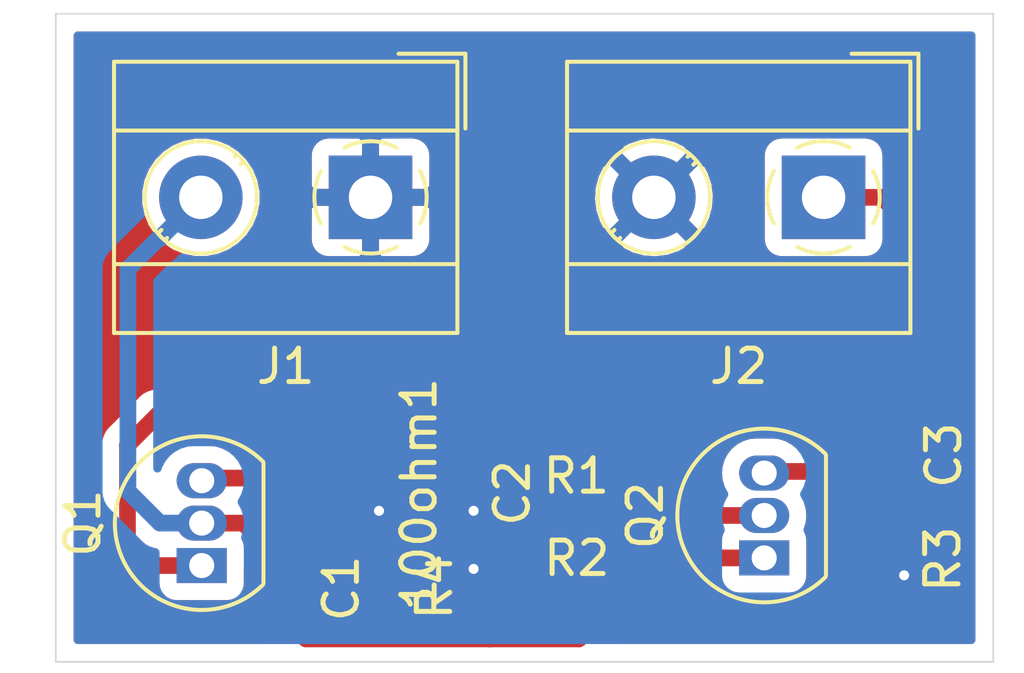
<source format=kicad_pcb>
(kicad_pcb (version 20171130) (host pcbnew "(5.1.5)-3")

  (general
    (thickness 1.6)
    (drawings 6)
    (tracks 54)
    (zones 0)
    (modules 12)
    (nets 8)
  )

  (page A4)
  (title_block
    (title Single_transistor_AMP)
    (date 03.11.2020)
    (rev V1.0)
    (company "Ventspils augskola")
    (comment 1 Autors)
    (comment 2 "Eleonora Harčuka")
    (comment 3 "PCB CAD kurs")
  )

  (layers
    (0 F.Cu signal)
    (1 In1.Cu power)
    (2 In2.Cu power)
    (31 B.Cu signal)
    (32 B.Adhes user)
    (33 F.Adhes user)
    (34 B.Paste user)
    (35 F.Paste user)
    (36 B.SilkS user)
    (37 F.SilkS user)
    (38 B.Mask user)
    (39 F.Mask user)
    (40 Dwgs.User user)
    (41 Cmts.User user)
    (42 Eco1.User user)
    (43 Eco2.User user)
    (44 Edge.Cuts user)
    (45 Margin user)
    (46 B.CrtYd user)
    (47 F.CrtYd user)
    (48 B.Fab user)
    (49 F.Fab user)
  )

  (setup
    (last_trace_width 0.5)
    (user_trace_width 0.3)
    (user_trace_width 0.5)
    (trace_clearance 0.2)
    (zone_clearance 0.508)
    (zone_45_only no)
    (trace_min 0.2)
    (via_size 0.8)
    (via_drill 0.4)
    (via_min_size 0.4)
    (via_min_drill 0.3)
    (uvia_size 0.3)
    (uvia_drill 0.1)
    (uvias_allowed no)
    (uvia_min_size 0.2)
    (uvia_min_drill 0.1)
    (edge_width 0.05)
    (segment_width 0.2)
    (pcb_text_width 0.3)
    (pcb_text_size 1.5 1.5)
    (mod_edge_width 0.12)
    (mod_text_size 1 1)
    (mod_text_width 0.15)
    (pad_size 1.524 1.524)
    (pad_drill 0.762)
    (pad_to_mask_clearance 0.051)
    (solder_mask_min_width 0.25)
    (aux_axis_origin 0 0)
    (visible_elements 7FFFFFFF)
    (pcbplotparams
      (layerselection 0x010fc_ffffffff)
      (usegerberextensions false)
      (usegerberattributes false)
      (usegerberadvancedattributes false)
      (creategerberjobfile false)
      (excludeedgelayer true)
      (linewidth 0.100000)
      (plotframeref false)
      (viasonmask false)
      (mode 1)
      (useauxorigin false)
      (hpglpennumber 1)
      (hpglpenspeed 20)
      (hpglpendiameter 15.000000)
      (psnegative false)
      (psa4output false)
      (plotreference true)
      (plotvalue true)
      (plotinvisibletext false)
      (padsonsilk false)
      (subtractmaskfromsilk false)
      (outputformat 1)
      (mirror false)
      (drillshape 1)
      (scaleselection 1)
      (outputdirectory ""))
  )

  (net 0 "")
  (net 1 GNDREF)
  (net 2 "Net-(100ohm1-Pad1)")
  (net 3 +15V)
  (net 4 "Net-(C3-Pad2)")
  (net 5 "Net-(C3-Pad1)")
  (net 6 "Net-(J1-Pad2)")
  (net 7 "Net-(Q1-Pad1)")

  (net_class Default "This is the default net class."
    (clearance 0.2)
    (trace_width 0.25)
    (via_dia 0.8)
    (via_drill 0.4)
    (uvia_dia 0.3)
    (uvia_drill 0.1)
    (add_net +15V)
    (add_net GNDREF)
    (add_net "Net-(100ohm1-Pad1)")
    (add_net "Net-(C3-Pad1)")
    (add_net "Net-(C3-Pad2)")
    (add_net "Net-(J1-Pad2)")
    (add_net "Net-(Q1-Pad1)")
  )

  (net_class Power ""
    (clearance 0.2)
    (trace_width 0.25)
    (via_dia 0.8)
    (via_drill 0.4)
    (uvia_dia 0.3)
    (uvia_drill 0.1)
  )

  (module Resistor_SMD:R_0402_1005Metric (layer F.Cu) (tedit 5B301BBD) (tstamp 5FB3AC5D)
    (at 145.8595 116.2177 90)
    (descr "Resistor SMD 0402 (1005 Metric), square (rectangular) end terminal, IPC_7351 nominal, (Body size source: http://www.tortai-tech.com/upload/download/2011102023233369053.pdf), generated with kicad-footprint-generator")
    (tags resistor)
    (path /5F86D402)
    (attr smd)
    (fp_text reference R4 (at 0 -1.17 90) (layer F.SilkS)
      (effects (font (size 1 1) (thickness 0.15)))
    )
    (fp_text value 3kohm (at 0 1.17 90) (layer F.Fab)
      (effects (font (size 1 1) (thickness 0.15)))
    )
    (fp_text user %R (at 0 0 90) (layer F.Fab)
      (effects (font (size 0.25 0.25) (thickness 0.04)))
    )
    (fp_line (start 0.93 0.47) (end -0.93 0.47) (layer F.CrtYd) (width 0.05))
    (fp_line (start 0.93 -0.47) (end 0.93 0.47) (layer F.CrtYd) (width 0.05))
    (fp_line (start -0.93 -0.47) (end 0.93 -0.47) (layer F.CrtYd) (width 0.05))
    (fp_line (start -0.93 0.47) (end -0.93 -0.47) (layer F.CrtYd) (width 0.05))
    (fp_line (start 0.5 0.25) (end -0.5 0.25) (layer F.Fab) (width 0.1))
    (fp_line (start 0.5 -0.25) (end 0.5 0.25) (layer F.Fab) (width 0.1))
    (fp_line (start -0.5 -0.25) (end 0.5 -0.25) (layer F.Fab) (width 0.1))
    (fp_line (start -0.5 0.25) (end -0.5 -0.25) (layer F.Fab) (width 0.1))
    (pad 2 smd roundrect (at 0.485 0 90) (size 0.59 0.64) (layers F.Cu F.Paste F.Mask) (roundrect_rratio 0.25)
      (net 1 GNDREF))
    (pad 1 smd roundrect (at -0.485 0 90) (size 0.59 0.64) (layers F.Cu F.Paste F.Mask) (roundrect_rratio 0.25)
      (net 6 "Net-(J1-Pad2)"))
    (model ${KISYS3DMOD}/Resistor_SMD.3dshapes/R_0402_1005Metric.wrl
      (at (xyz 0 0 0))
      (scale (xyz 1 1 1))
      (rotate (xyz 0 0 0))
    )
  )

  (module Resistor_SMD:R_0402_1005Metric (layer F.Cu) (tedit 5B301BBD) (tstamp 5FB3AC4E)
    (at 158.7373 115.3922 270)
    (descr "Resistor SMD 0402 (1005 Metric), square (rectangular) end terminal, IPC_7351 nominal, (Body size source: http://www.tortai-tech.com/upload/download/2011102023233369053.pdf), generated with kicad-footprint-generator")
    (tags resistor)
    (path /5F8DC36C)
    (attr smd)
    (fp_text reference R3 (at 0 -1.17 90) (layer F.SilkS)
      (effects (font (size 1 1) (thickness 0.15)))
    )
    (fp_text value 1kohm (at 0 1.17 90) (layer F.Fab)
      (effects (font (size 1 1) (thickness 0.15)))
    )
    (fp_text user %R (at 0 0 90) (layer F.Fab)
      (effects (font (size 0.25 0.25) (thickness 0.04)))
    )
    (fp_line (start 0.93 0.47) (end -0.93 0.47) (layer F.CrtYd) (width 0.05))
    (fp_line (start 0.93 -0.47) (end 0.93 0.47) (layer F.CrtYd) (width 0.05))
    (fp_line (start -0.93 -0.47) (end 0.93 -0.47) (layer F.CrtYd) (width 0.05))
    (fp_line (start -0.93 0.47) (end -0.93 -0.47) (layer F.CrtYd) (width 0.05))
    (fp_line (start 0.5 0.25) (end -0.5 0.25) (layer F.Fab) (width 0.1))
    (fp_line (start 0.5 -0.25) (end 0.5 0.25) (layer F.Fab) (width 0.1))
    (fp_line (start -0.5 -0.25) (end 0.5 -0.25) (layer F.Fab) (width 0.1))
    (fp_line (start -0.5 0.25) (end -0.5 -0.25) (layer F.Fab) (width 0.1))
    (pad 2 smd roundrect (at 0.485 0 270) (size 0.59 0.64) (layers F.Cu F.Paste F.Mask) (roundrect_rratio 0.25)
      (net 1 GNDREF))
    (pad 1 smd roundrect (at -0.485 0 270) (size 0.59 0.64) (layers F.Cu F.Paste F.Mask) (roundrect_rratio 0.25)
      (net 4 "Net-(C3-Pad2)"))
    (model ${KISYS3DMOD}/Resistor_SMD.3dshapes/R_0402_1005Metric.wrl
      (at (xyz 0 0 0))
      (scale (xyz 1 1 1))
      (rotate (xyz 0 0 0))
    )
  )

  (module Resistor_SMD:R_0402_1005Metric (layer F.Cu) (tedit 5B301BBD) (tstamp 5FB3AC3F)
    (at 148.948 116.5352)
    (descr "Resistor SMD 0402 (1005 Metric), square (rectangular) end terminal, IPC_7351 nominal, (Body size source: http://www.tortai-tech.com/upload/download/2011102023233369053.pdf), generated with kicad-footprint-generator")
    (tags resistor)
    (path /5F86D157)
    (attr smd)
    (fp_text reference R2 (at 0 -1.17) (layer F.SilkS)
      (effects (font (size 1 1) (thickness 0.15)))
    )
    (fp_text value 20kohm (at 0 1.17) (layer F.Fab)
      (effects (font (size 1 1) (thickness 0.15)))
    )
    (fp_text user %R (at 0 0) (layer F.Fab)
      (effects (font (size 0.25 0.25) (thickness 0.04)))
    )
    (fp_line (start 0.93 0.47) (end -0.93 0.47) (layer F.CrtYd) (width 0.05))
    (fp_line (start 0.93 -0.47) (end 0.93 0.47) (layer F.CrtYd) (width 0.05))
    (fp_line (start -0.93 -0.47) (end 0.93 -0.47) (layer F.CrtYd) (width 0.05))
    (fp_line (start -0.93 0.47) (end -0.93 -0.47) (layer F.CrtYd) (width 0.05))
    (fp_line (start 0.5 0.25) (end -0.5 0.25) (layer F.Fab) (width 0.1))
    (fp_line (start 0.5 -0.25) (end 0.5 0.25) (layer F.Fab) (width 0.1))
    (fp_line (start -0.5 -0.25) (end 0.5 -0.25) (layer F.Fab) (width 0.1))
    (fp_line (start -0.5 0.25) (end -0.5 -0.25) (layer F.Fab) (width 0.1))
    (pad 2 smd roundrect (at 0.485 0) (size 0.59 0.64) (layers F.Cu F.Paste F.Mask) (roundrect_rratio 0.25)
      (net 6 "Net-(J1-Pad2)"))
    (pad 1 smd roundrect (at -0.485 0) (size 0.59 0.64) (layers F.Cu F.Paste F.Mask) (roundrect_rratio 0.25)
      (net 3 +15V))
    (model ${KISYS3DMOD}/Resistor_SMD.3dshapes/R_0402_1005Metric.wrl
      (at (xyz 0 0 0))
      (scale (xyz 1 1 1))
      (rotate (xyz 0 0 0))
    )
  )

  (module Resistor_SMD:R_0402_1005Metric (layer F.Cu) (tedit 5B301BBD) (tstamp 5FB3AC30)
    (at 148.9329 114.0714)
    (descr "Resistor SMD 0402 (1005 Metric), square (rectangular) end terminal, IPC_7351 nominal, (Body size source: http://www.tortai-tech.com/upload/download/2011102023233369053.pdf), generated with kicad-footprint-generator")
    (tags resistor)
    (path /5F86D73B)
    (attr smd)
    (fp_text reference R1 (at 0 -1.17) (layer F.SilkS)
      (effects (font (size 1 1) (thickness 0.15)))
    )
    (fp_text value 1kohm (at 0 1.17) (layer F.Fab)
      (effects (font (size 1 1) (thickness 0.15)))
    )
    (fp_text user %R (at 0 0) (layer F.Fab)
      (effects (font (size 0.25 0.25) (thickness 0.04)))
    )
    (fp_line (start 0.93 0.47) (end -0.93 0.47) (layer F.CrtYd) (width 0.05))
    (fp_line (start 0.93 -0.47) (end 0.93 0.47) (layer F.CrtYd) (width 0.05))
    (fp_line (start -0.93 -0.47) (end 0.93 -0.47) (layer F.CrtYd) (width 0.05))
    (fp_line (start -0.93 0.47) (end -0.93 -0.47) (layer F.CrtYd) (width 0.05))
    (fp_line (start 0.5 0.25) (end -0.5 0.25) (layer F.Fab) (width 0.1))
    (fp_line (start 0.5 -0.25) (end 0.5 0.25) (layer F.Fab) (width 0.1))
    (fp_line (start -0.5 -0.25) (end 0.5 -0.25) (layer F.Fab) (width 0.1))
    (fp_line (start -0.5 0.25) (end -0.5 -0.25) (layer F.Fab) (width 0.1))
    (pad 2 smd roundrect (at 0.485 0) (size 0.59 0.64) (layers F.Cu F.Paste F.Mask) (roundrect_rratio 0.25)
      (net 7 "Net-(Q1-Pad1)"))
    (pad 1 smd roundrect (at -0.485 0) (size 0.59 0.64) (layers F.Cu F.Paste F.Mask) (roundrect_rratio 0.25)
      (net 3 +15V))
    (model ${KISYS3DMOD}/Resistor_SMD.3dshapes/R_0402_1005Metric.wrl
      (at (xyz 0 0 0))
      (scale (xyz 1 1 1))
      (rotate (xyz 0 0 0))
    )
  )

  (module Package_TO_SOT_THT:TO-92_Inline (layer F.Cu) (tedit 5A1DD157) (tstamp 5FB3AC21)
    (at 154.559 115.3541 90)
    (descr "TO-92 leads in-line, narrow, oval pads, drill 0.75mm (see NXP sot054_po.pdf)")
    (tags "to-92 sc-43 sc-43a sot54 PA33 transistor")
    (path /5F8DA7B4)
    (fp_text reference Q2 (at 1.27 -3.56 90) (layer F.SilkS)
      (effects (font (size 1 1) (thickness 0.15)))
    )
    (fp_text value 2N2222A (at 1.27 2.79 90) (layer F.Fab)
      (effects (font (size 1 1) (thickness 0.15)))
    )
    (fp_arc (start 1.27 0) (end 1.27 -2.6) (angle 135) (layer F.SilkS) (width 0.12))
    (fp_arc (start 1.27 0) (end 1.27 -2.48) (angle -135) (layer F.Fab) (width 0.1))
    (fp_arc (start 1.27 0) (end 1.27 -2.6) (angle -135) (layer F.SilkS) (width 0.12))
    (fp_arc (start 1.27 0) (end 1.27 -2.48) (angle 135) (layer F.Fab) (width 0.1))
    (fp_line (start 4 2.01) (end -1.46 2.01) (layer F.CrtYd) (width 0.05))
    (fp_line (start 4 2.01) (end 4 -2.73) (layer F.CrtYd) (width 0.05))
    (fp_line (start -1.46 -2.73) (end -1.46 2.01) (layer F.CrtYd) (width 0.05))
    (fp_line (start -1.46 -2.73) (end 4 -2.73) (layer F.CrtYd) (width 0.05))
    (fp_line (start -0.5 1.75) (end 3 1.75) (layer F.Fab) (width 0.1))
    (fp_line (start -0.53 1.85) (end 3.07 1.85) (layer F.SilkS) (width 0.12))
    (fp_text user %R (at 1.27 -3.56 90) (layer F.Fab)
      (effects (font (size 1 1) (thickness 0.15)))
    )
    (pad 1 thru_hole rect (at 0 0 90) (size 1.05 1.5) (drill 0.75) (layers *.Cu *.Mask)
      (net 3 +15V))
    (pad 3 thru_hole oval (at 2.54 0 90) (size 1.05 1.5) (drill 0.75) (layers *.Cu *.Mask)
      (net 4 "Net-(C3-Pad2)"))
    (pad 2 thru_hole oval (at 1.27 0 90) (size 1.05 1.5) (drill 0.75) (layers *.Cu *.Mask)
      (net 7 "Net-(Q1-Pad1)"))
    (model ${KISYS3DMOD}/Package_TO_SOT_THT.3dshapes/TO-92_Inline.wrl
      (at (xyz 0 0 0))
      (scale (xyz 1 1 1))
      (rotate (xyz 0 0 0))
    )
  )

  (module Package_TO_SOT_THT:TO-92_Inline (layer F.Cu) (tedit 5A1DD157) (tstamp 5FB3AC0F)
    (at 137.7188 115.5827 90)
    (descr "TO-92 leads in-line, narrow, oval pads, drill 0.75mm (see NXP sot054_po.pdf)")
    (tags "to-92 sc-43 sc-43a sot54 PA33 transistor")
    (path /5F86AFF5)
    (fp_text reference Q1 (at 1.27 -3.56 90) (layer F.SilkS)
      (effects (font (size 1 1) (thickness 0.15)))
    )
    (fp_text value 2N2222A (at 1.27 2.79 90) (layer F.Fab)
      (effects (font (size 1 1) (thickness 0.15)))
    )
    (fp_arc (start 1.27 0) (end 1.27 -2.6) (angle 135) (layer F.SilkS) (width 0.12))
    (fp_arc (start 1.27 0) (end 1.27 -2.48) (angle -135) (layer F.Fab) (width 0.1))
    (fp_arc (start 1.27 0) (end 1.27 -2.6) (angle -135) (layer F.SilkS) (width 0.12))
    (fp_arc (start 1.27 0) (end 1.27 -2.48) (angle 135) (layer F.Fab) (width 0.1))
    (fp_line (start 4 2.01) (end -1.46 2.01) (layer F.CrtYd) (width 0.05))
    (fp_line (start 4 2.01) (end 4 -2.73) (layer F.CrtYd) (width 0.05))
    (fp_line (start -1.46 -2.73) (end -1.46 2.01) (layer F.CrtYd) (width 0.05))
    (fp_line (start -1.46 -2.73) (end 4 -2.73) (layer F.CrtYd) (width 0.05))
    (fp_line (start -0.5 1.75) (end 3 1.75) (layer F.Fab) (width 0.1))
    (fp_line (start -0.53 1.85) (end 3.07 1.85) (layer F.SilkS) (width 0.12))
    (fp_text user %R (at 1.27 -3.56 90) (layer F.Fab)
      (effects (font (size 1 1) (thickness 0.15)))
    )
    (pad 1 thru_hole rect (at 0 0 90) (size 1.05 1.5) (drill 0.75) (layers *.Cu *.Mask)
      (net 7 "Net-(Q1-Pad1)"))
    (pad 3 thru_hole oval (at 2.54 0 90) (size 1.05 1.5) (drill 0.75) (layers *.Cu *.Mask)
      (net 2 "Net-(100ohm1-Pad1)"))
    (pad 2 thru_hole oval (at 1.27 0 90) (size 1.05 1.5) (drill 0.75) (layers *.Cu *.Mask)
      (net 6 "Net-(J1-Pad2)"))
    (model ${KISYS3DMOD}/Package_TO_SOT_THT.3dshapes/TO-92_Inline.wrl
      (at (xyz 0 0 0))
      (scale (xyz 1 1 1))
      (rotate (xyz 0 0 0))
    )
  )

  (module TerminalBlock_MetzConnect:TerminalBlock_MetzConnect_Type101_RT01602HBWC_1x02_P5.08mm_Horizontal (layer F.Cu) (tedit 5B294E9E) (tstamp 5FB3ABFD)
    (at 156.337 104.5591 180)
    (descr "terminal block Metz Connect Type101_RT01602HBWC, 2 pins, pitch 5.08mm, size 10.2x8mm^2, drill diamater 1.3mm, pad diameter 2.5mm, see http://www.metz-connect.com/de/system/files/productfiles/Datenblatt_311011_RT016xxHBWC_OFF-022771S.pdf, script-generated using https://github.com/pointhi/kicad-footprint-generator/scripts/TerminalBlock_MetzConnect")
    (tags "THT terminal block Metz Connect Type101_RT01602HBWC pitch 5.08mm size 10.2x8mm^2 drill 1.3mm pad 2.5mm")
    (path /5F8E36C8)
    (fp_text reference J2 (at 2.54 -5.06) (layer F.SilkS)
      (effects (font (size 1 1) (thickness 0.15)))
    )
    (fp_text value Screw_Terminal_01x02 (at 2.54 5.06) (layer F.Fab)
      (effects (font (size 1 1) (thickness 0.15)))
    )
    (fp_text user %R (at 2.54 3) (layer F.Fab)
      (effects (font (size 1 1) (thickness 0.15)))
    )
    (fp_line (start 8.13 -4.5) (end -3.04 -4.5) (layer F.CrtYd) (width 0.05))
    (fp_line (start 8.13 4.5) (end 8.13 -4.5) (layer F.CrtYd) (width 0.05))
    (fp_line (start -3.04 4.5) (end 8.13 4.5) (layer F.CrtYd) (width 0.05))
    (fp_line (start -3.04 -4.5) (end -3.04 4.5) (layer F.CrtYd) (width 0.05))
    (fp_line (start -2.84 4.3) (end -0.84 4.3) (layer F.SilkS) (width 0.12))
    (fp_line (start -2.84 2.06) (end -2.84 4.3) (layer F.SilkS) (width 0.12))
    (fp_line (start 3.9 0.976) (end 3.806 1.069) (layer F.SilkS) (width 0.12))
    (fp_line (start 6.15 -1.275) (end 6.091 -1.216) (layer F.SilkS) (width 0.12))
    (fp_line (start 4.07 1.216) (end 4.011 1.274) (layer F.SilkS) (width 0.12))
    (fp_line (start 6.355 -1.069) (end 6.261 -0.976) (layer F.SilkS) (width 0.12))
    (fp_line (start 6.035 -1.138) (end 3.943 0.955) (layer F.Fab) (width 0.1))
    (fp_line (start 6.218 -0.955) (end 4.126 1.138) (layer F.Fab) (width 0.1))
    (fp_line (start 0.955 -1.138) (end -1.138 0.955) (layer F.Fab) (width 0.1))
    (fp_line (start 1.138 -0.955) (end -0.955 1.138) (layer F.Fab) (width 0.1))
    (fp_line (start 7.68 -4.06) (end 7.68 4.06) (layer F.SilkS) (width 0.12))
    (fp_line (start -2.6 -4.06) (end -2.6 4.06) (layer F.SilkS) (width 0.12))
    (fp_line (start -2.6 4.06) (end 7.68 4.06) (layer F.SilkS) (width 0.12))
    (fp_line (start -2.6 -4.06) (end 7.68 -4.06) (layer F.SilkS) (width 0.12))
    (fp_line (start -2.6 -2) (end 7.68 -2) (layer F.SilkS) (width 0.12))
    (fp_line (start -2.54 -2) (end 7.62 -2) (layer F.Fab) (width 0.1))
    (fp_line (start -2.6 2) (end 7.68 2) (layer F.SilkS) (width 0.12))
    (fp_line (start -2.54 2) (end 7.62 2) (layer F.Fab) (width 0.1))
    (fp_line (start -2.54 2) (end -2.54 -4) (layer F.Fab) (width 0.1))
    (fp_line (start -0.54 4) (end -2.54 2) (layer F.Fab) (width 0.1))
    (fp_line (start 7.62 4) (end -0.54 4) (layer F.Fab) (width 0.1))
    (fp_line (start 7.62 -4) (end 7.62 4) (layer F.Fab) (width 0.1))
    (fp_line (start -2.54 -4) (end 7.62 -4) (layer F.Fab) (width 0.1))
    (fp_circle (center 5.08 0) (end 6.76 0) (layer F.SilkS) (width 0.12))
    (fp_circle (center 5.08 0) (end 6.58 0) (layer F.Fab) (width 0.1))
    (fp_circle (center 0 0) (end 1.5 0) (layer F.Fab) (width 0.1))
    (fp_arc (start 0 0) (end -0.789 1.484) (angle -29) (layer F.SilkS) (width 0.12))
    (fp_arc (start 0 0) (end -1.484 -0.789) (angle -56) (layer F.SilkS) (width 0.12))
    (fp_arc (start 0 0) (end 0.789 -1.484) (angle -56) (layer F.SilkS) (width 0.12))
    (fp_arc (start 0 0) (end 1.484 0.789) (angle -56) (layer F.SilkS) (width 0.12))
    (fp_arc (start 0 0) (end 0 1.68) (angle -28) (layer F.SilkS) (width 0.12))
    (pad 2 thru_hole circle (at 5.08 0 180) (size 2.5 2.5) (drill 1.3) (layers *.Cu *.Mask)
      (net 1 GNDREF))
    (pad 1 thru_hole rect (at 0 0 180) (size 2.5 2.5) (drill 1.3) (layers *.Cu *.Mask)
      (net 5 "Net-(C3-Pad1)"))
    (model ${KISYS3DMOD}/TerminalBlock_MetzConnect.3dshapes/TerminalBlock_MetzConnect_Type101_RT01602HBWC_1x02_P5.08mm_Horizontal.wrl
      (at (xyz 0 0 0))
      (scale (xyz 1 1 1))
      (rotate (xyz 0 0 0))
    )
  )

  (module TerminalBlock_MetzConnect:TerminalBlock_MetzConnect_Type101_RT01602HBWC_1x02_P5.08mm_Horizontal (layer F.Cu) (tedit 5B294E9E) (tstamp 5FB3ABD3)
    (at 142.7734 104.5591 180)
    (descr "terminal block Metz Connect Type101_RT01602HBWC, 2 pins, pitch 5.08mm, size 10.2x8mm^2, drill diamater 1.3mm, pad diameter 2.5mm, see http://www.metz-connect.com/de/system/files/productfiles/Datenblatt_311011_RT016xxHBWC_OFF-022771S.pdf, script-generated using https://github.com/pointhi/kicad-footprint-generator/scripts/TerminalBlock_MetzConnect")
    (tags "THT terminal block Metz Connect Type101_RT01602HBWC pitch 5.08mm size 10.2x8mm^2 drill 1.3mm pad 2.5mm")
    (path /5F871C4F)
    (fp_text reference J1 (at 2.54 -5.06) (layer F.SilkS)
      (effects (font (size 1 1) (thickness 0.15)))
    )
    (fp_text value Screw_Terminal_01x02 (at 2.54 5.06) (layer F.Fab)
      (effects (font (size 1 1) (thickness 0.15)))
    )
    (fp_text user %R (at 2.54 3) (layer F.Fab)
      (effects (font (size 1 1) (thickness 0.15)))
    )
    (fp_line (start 8.13 -4.5) (end -3.04 -4.5) (layer F.CrtYd) (width 0.05))
    (fp_line (start 8.13 4.5) (end 8.13 -4.5) (layer F.CrtYd) (width 0.05))
    (fp_line (start -3.04 4.5) (end 8.13 4.5) (layer F.CrtYd) (width 0.05))
    (fp_line (start -3.04 -4.5) (end -3.04 4.5) (layer F.CrtYd) (width 0.05))
    (fp_line (start -2.84 4.3) (end -0.84 4.3) (layer F.SilkS) (width 0.12))
    (fp_line (start -2.84 2.06) (end -2.84 4.3) (layer F.SilkS) (width 0.12))
    (fp_line (start 3.9 0.976) (end 3.806 1.069) (layer F.SilkS) (width 0.12))
    (fp_line (start 6.15 -1.275) (end 6.091 -1.216) (layer F.SilkS) (width 0.12))
    (fp_line (start 4.07 1.216) (end 4.011 1.274) (layer F.SilkS) (width 0.12))
    (fp_line (start 6.355 -1.069) (end 6.261 -0.976) (layer F.SilkS) (width 0.12))
    (fp_line (start 6.035 -1.138) (end 3.943 0.955) (layer F.Fab) (width 0.1))
    (fp_line (start 6.218 -0.955) (end 4.126 1.138) (layer F.Fab) (width 0.1))
    (fp_line (start 0.955 -1.138) (end -1.138 0.955) (layer F.Fab) (width 0.1))
    (fp_line (start 1.138 -0.955) (end -0.955 1.138) (layer F.Fab) (width 0.1))
    (fp_line (start 7.68 -4.06) (end 7.68 4.06) (layer F.SilkS) (width 0.12))
    (fp_line (start -2.6 -4.06) (end -2.6 4.06) (layer F.SilkS) (width 0.12))
    (fp_line (start -2.6 4.06) (end 7.68 4.06) (layer F.SilkS) (width 0.12))
    (fp_line (start -2.6 -4.06) (end 7.68 -4.06) (layer F.SilkS) (width 0.12))
    (fp_line (start -2.6 -2) (end 7.68 -2) (layer F.SilkS) (width 0.12))
    (fp_line (start -2.54 -2) (end 7.62 -2) (layer F.Fab) (width 0.1))
    (fp_line (start -2.6 2) (end 7.68 2) (layer F.SilkS) (width 0.12))
    (fp_line (start -2.54 2) (end 7.62 2) (layer F.Fab) (width 0.1))
    (fp_line (start -2.54 2) (end -2.54 -4) (layer F.Fab) (width 0.1))
    (fp_line (start -0.54 4) (end -2.54 2) (layer F.Fab) (width 0.1))
    (fp_line (start 7.62 4) (end -0.54 4) (layer F.Fab) (width 0.1))
    (fp_line (start 7.62 -4) (end 7.62 4) (layer F.Fab) (width 0.1))
    (fp_line (start -2.54 -4) (end 7.62 -4) (layer F.Fab) (width 0.1))
    (fp_circle (center 5.08 0) (end 6.76 0) (layer F.SilkS) (width 0.12))
    (fp_circle (center 5.08 0) (end 6.58 0) (layer F.Fab) (width 0.1))
    (fp_circle (center 0 0) (end 1.5 0) (layer F.Fab) (width 0.1))
    (fp_arc (start 0 0) (end -0.789 1.484) (angle -29) (layer F.SilkS) (width 0.12))
    (fp_arc (start 0 0) (end -1.484 -0.789) (angle -56) (layer F.SilkS) (width 0.12))
    (fp_arc (start 0 0) (end 0.789 -1.484) (angle -56) (layer F.SilkS) (width 0.12))
    (fp_arc (start 0 0) (end 1.484 0.789) (angle -56) (layer F.SilkS) (width 0.12))
    (fp_arc (start 0 0) (end 0 1.68) (angle -28) (layer F.SilkS) (width 0.12))
    (pad 2 thru_hole circle (at 5.08 0 180) (size 2.5 2.5) (drill 1.3) (layers *.Cu *.Mask)
      (net 6 "Net-(J1-Pad2)"))
    (pad 1 thru_hole rect (at 0 0 180) (size 2.5 2.5) (drill 1.3) (layers *.Cu *.Mask)
      (net 1 GNDREF))
    (model ${KISYS3DMOD}/TerminalBlock_MetzConnect.3dshapes/TerminalBlock_MetzConnect_Type101_RT01602HBWC_1x02_P5.08mm_Horizontal.wrl
      (at (xyz 0 0 0))
      (scale (xyz 1 1 1))
      (rotate (xyz 0 0 0))
    )
  )

  (module Capacitor_SMD:C_0402_1005Metric (layer F.Cu) (tedit 5B301BBE) (tstamp 5FB3ABA9)
    (at 158.7627 112.2807 270)
    (descr "Capacitor SMD 0402 (1005 Metric), square (rectangular) end terminal, IPC_7351 nominal, (Body size source: http://www.tortai-tech.com/upload/download/2011102023233369053.pdf), generated with kicad-footprint-generator")
    (tags capacitor)
    (path /5F8E6BBF)
    (attr smd)
    (fp_text reference C3 (at 0 -1.17 90) (layer F.SilkS)
      (effects (font (size 1 1) (thickness 0.15)))
    )
    (fp_text value 0,1uF (at 0 1.17 90) (layer F.Fab)
      (effects (font (size 1 1) (thickness 0.15)))
    )
    (fp_text user %R (at 0 0 90) (layer F.Fab)
      (effects (font (size 0.25 0.25) (thickness 0.04)))
    )
    (fp_line (start 0.93 0.47) (end -0.93 0.47) (layer F.CrtYd) (width 0.05))
    (fp_line (start 0.93 -0.47) (end 0.93 0.47) (layer F.CrtYd) (width 0.05))
    (fp_line (start -0.93 -0.47) (end 0.93 -0.47) (layer F.CrtYd) (width 0.05))
    (fp_line (start -0.93 0.47) (end -0.93 -0.47) (layer F.CrtYd) (width 0.05))
    (fp_line (start 0.5 0.25) (end -0.5 0.25) (layer F.Fab) (width 0.1))
    (fp_line (start 0.5 -0.25) (end 0.5 0.25) (layer F.Fab) (width 0.1))
    (fp_line (start -0.5 -0.25) (end 0.5 -0.25) (layer F.Fab) (width 0.1))
    (fp_line (start -0.5 0.25) (end -0.5 -0.25) (layer F.Fab) (width 0.1))
    (pad 2 smd roundrect (at 0.485 0 270) (size 0.59 0.64) (layers F.Cu F.Paste F.Mask) (roundrect_rratio 0.25)
      (net 4 "Net-(C3-Pad2)"))
    (pad 1 smd roundrect (at -0.485 0 270) (size 0.59 0.64) (layers F.Cu F.Paste F.Mask) (roundrect_rratio 0.25)
      (net 5 "Net-(C3-Pad1)"))
    (model ${KISYS3DMOD}/Capacitor_SMD.3dshapes/C_0402_1005Metric.wrl
      (at (xyz 0 0 0))
      (scale (xyz 1 1 1))
      (rotate (xyz 0 0 0))
    )
  )

  (module Capacitor_SMD:C_0402_1005Metric (layer F.Cu) (tedit 5B301BBE) (tstamp 5FB3AB9A)
    (at 145.8468 113.411 270)
    (descr "Capacitor SMD 0402 (1005 Metric), square (rectangular) end terminal, IPC_7351 nominal, (Body size source: http://www.tortai-tech.com/upload/download/2011102023233369053.pdf), generated with kicad-footprint-generator")
    (tags capacitor)
    (path /5F86C37B)
    (attr smd)
    (fp_text reference C2 (at 0 -1.17 90) (layer F.SilkS)
      (effects (font (size 1 1) (thickness 0.15)))
    )
    (fp_text value 0,1uF (at 0 1.17 90) (layer F.Fab)
      (effects (font (size 1 1) (thickness 0.15)))
    )
    (fp_text user %R (at 0 0 90) (layer F.Fab)
      (effects (font (size 0.25 0.25) (thickness 0.04)))
    )
    (fp_line (start 0.93 0.47) (end -0.93 0.47) (layer F.CrtYd) (width 0.05))
    (fp_line (start 0.93 -0.47) (end 0.93 0.47) (layer F.CrtYd) (width 0.05))
    (fp_line (start -0.93 -0.47) (end 0.93 -0.47) (layer F.CrtYd) (width 0.05))
    (fp_line (start -0.93 0.47) (end -0.93 -0.47) (layer F.CrtYd) (width 0.05))
    (fp_line (start 0.5 0.25) (end -0.5 0.25) (layer F.Fab) (width 0.1))
    (fp_line (start 0.5 -0.25) (end 0.5 0.25) (layer F.Fab) (width 0.1))
    (fp_line (start -0.5 -0.25) (end 0.5 -0.25) (layer F.Fab) (width 0.1))
    (fp_line (start -0.5 0.25) (end -0.5 -0.25) (layer F.Fab) (width 0.1))
    (pad 2 smd roundrect (at 0.485 0 270) (size 0.59 0.64) (layers F.Cu F.Paste F.Mask) (roundrect_rratio 0.25)
      (net 1 GNDREF))
    (pad 1 smd roundrect (at -0.485 0 270) (size 0.59 0.64) (layers F.Cu F.Paste F.Mask) (roundrect_rratio 0.25)
      (net 2 "Net-(100ohm1-Pad1)"))
    (model ${KISYS3DMOD}/Capacitor_SMD.3dshapes/C_0402_1005Metric.wrl
      (at (xyz 0 0 0))
      (scale (xyz 1 1 1))
      (rotate (xyz 0 0 0))
    )
  )

  (module Capacitor_SMD:C_0402_1005Metric (layer F.Cu) (tedit 5B301BBE) (tstamp 5FB3AB8B)
    (at 143.0655 116.2685 90)
    (descr "Capacitor SMD 0402 (1005 Metric), square (rectangular) end terminal, IPC_7351 nominal, (Body size source: http://www.tortai-tech.com/upload/download/2011102023233369053.pdf), generated with kicad-footprint-generator")
    (tags capacitor)
    (path /5F8E66F8)
    (attr smd)
    (fp_text reference C1 (at 0 -1.17 90) (layer F.SilkS)
      (effects (font (size 1 1) (thickness 0.15)))
    )
    (fp_text value 0,1uF (at 0 1.17 90) (layer F.Fab)
      (effects (font (size 1 1) (thickness 0.15)))
    )
    (fp_text user %R (at 0 0 90) (layer F.Fab)
      (effects (font (size 0.25 0.25) (thickness 0.04)))
    )
    (fp_line (start 0.93 0.47) (end -0.93 0.47) (layer F.CrtYd) (width 0.05))
    (fp_line (start 0.93 -0.47) (end 0.93 0.47) (layer F.CrtYd) (width 0.05))
    (fp_line (start -0.93 -0.47) (end 0.93 -0.47) (layer F.CrtYd) (width 0.05))
    (fp_line (start -0.93 0.47) (end -0.93 -0.47) (layer F.CrtYd) (width 0.05))
    (fp_line (start 0.5 0.25) (end -0.5 0.25) (layer F.Fab) (width 0.1))
    (fp_line (start 0.5 -0.25) (end 0.5 0.25) (layer F.Fab) (width 0.1))
    (fp_line (start -0.5 -0.25) (end 0.5 -0.25) (layer F.Fab) (width 0.1))
    (fp_line (start -0.5 0.25) (end -0.5 -0.25) (layer F.Fab) (width 0.1))
    (pad 2 smd roundrect (at 0.485 0 90) (size 0.59 0.64) (layers F.Cu F.Paste F.Mask) (roundrect_rratio 0.25)
      (net 1 GNDREF))
    (pad 1 smd roundrect (at -0.485 0 90) (size 0.59 0.64) (layers F.Cu F.Paste F.Mask) (roundrect_rratio 0.25)
      (net 3 +15V))
    (model ${KISYS3DMOD}/Capacitor_SMD.3dshapes/C_0402_1005Metric.wrl
      (at (xyz 0 0 0))
      (scale (xyz 1 1 1))
      (rotate (xyz 0 0 0))
    )
  )

  (module Resistor_SMD:R_0402_1005Metric (layer F.Cu) (tedit 5B301BBD) (tstamp 5FB3AB7C)
    (at 143.0528 113.4491 270)
    (descr "Resistor SMD 0402 (1005 Metric), square (rectangular) end terminal, IPC_7351 nominal, (Body size source: http://www.tortai-tech.com/upload/download/2011102023233369053.pdf), generated with kicad-footprint-generator")
    (tags resistor)
    (path /5F86DCCA)
    (attr smd)
    (fp_text reference 100ohm1 (at 0 -1.17 90) (layer F.SilkS)
      (effects (font (size 1 1) (thickness 0.15)))
    )
    (fp_text value R5 (at 0 1.17 90) (layer F.Fab)
      (effects (font (size 1 1) (thickness 0.15)))
    )
    (fp_text user %R (at 0 0 90) (layer F.Fab)
      (effects (font (size 0.25 0.25) (thickness 0.04)))
    )
    (fp_line (start 0.93 0.47) (end -0.93 0.47) (layer F.CrtYd) (width 0.05))
    (fp_line (start 0.93 -0.47) (end 0.93 0.47) (layer F.CrtYd) (width 0.05))
    (fp_line (start -0.93 -0.47) (end 0.93 -0.47) (layer F.CrtYd) (width 0.05))
    (fp_line (start -0.93 0.47) (end -0.93 -0.47) (layer F.CrtYd) (width 0.05))
    (fp_line (start 0.5 0.25) (end -0.5 0.25) (layer F.Fab) (width 0.1))
    (fp_line (start 0.5 -0.25) (end 0.5 0.25) (layer F.Fab) (width 0.1))
    (fp_line (start -0.5 -0.25) (end 0.5 -0.25) (layer F.Fab) (width 0.1))
    (fp_line (start -0.5 0.25) (end -0.5 -0.25) (layer F.Fab) (width 0.1))
    (pad 2 smd roundrect (at 0.485 0 270) (size 0.59 0.64) (layers F.Cu F.Paste F.Mask) (roundrect_rratio 0.25)
      (net 1 GNDREF))
    (pad 1 smd roundrect (at -0.485 0 270) (size 0.59 0.64) (layers F.Cu F.Paste F.Mask) (roundrect_rratio 0.25)
      (net 2 "Net-(100ohm1-Pad1)"))
    (model ${KISYS3DMOD}/Resistor_SMD.3dshapes/R_0402_1005Metric.wrl
      (at (xyz 0 0 0))
      (scale (xyz 1 1 1))
      (rotate (xyz 0 0 0))
    )
  )

  (gr_line (start 161.417 99.06) (end 161.3916 99.06) (layer Edge.Cuts) (width 0.05) (tstamp 5FCD444A))
  (gr_line (start 161.417 118.4656) (end 161.417 99.06) (layer Edge.Cuts) (width 0.05))
  (gr_line (start 133.35 99.06) (end 133.4516 99.06) (layer Edge.Cuts) (width 0.05) (tstamp 5FCD4447))
  (gr_line (start 133.35 118.4656) (end 133.35 99.06) (layer Edge.Cuts) (width 0.05))
  (gr_line (start 161.417 118.4656) (end 133.35 118.4656) (layer Edge.Cuts) (width 0.05))
  (gr_line (start 133.4516 99.06) (end 161.3916 99.06) (layer Edge.Cuts) (width 0.05))

  (via (at 158.75 115.8748) (size 0.5) (drill 0.3) (layers F.Cu B.Cu) (net 1) (tstamp 5FCD4495))
  (via (at 145.8595 115.6843) (size 0.5) (drill 0.3) (layers F.Cu B.Cu) (net 1) (tstamp 5FCD4495))
  (via (at 145.8595 113.9444) (size 0.5) (drill 0.3) (layers F.Cu B.Cu) (net 1) (tstamp 5FCD4495))
  (via (at 143.0274 113.9444) (size 0.5) (drill 0.3) (layers F.Cu B.Cu) (net 1))
  (segment (start 143.0909 112.926) (end 143.0528 112.9641) (width 0.5) (layer F.Cu) (net 2))
  (segment (start 145.8468 112.926) (end 143.0909 112.926) (width 0.5) (layer F.Cu) (net 2))
  (segment (start 137.7974 112.9641) (end 137.7188 113.0427) (width 0.5) (layer F.Cu) (net 2))
  (segment (start 143.0528 112.9641) (end 137.7974 112.9641) (width 0.5) (layer F.Cu) (net 2))
  (segment (start 148.4479 116.5201) (end 148.463 116.5352) (width 0.5) (layer F.Cu) (net 3))
  (segment (start 154.559 115.3541) (end 153.309 115.3541) (width 0.5) (layer F.Cu) (net 3))
  (segment (start 148.4479 114.0714) (end 148.463 115.3541) (width 0.5) (layer F.Cu) (net 3))
  (segment (start 153.309 115.3541) (end 148.463 115.3541) (width 0.5) (layer F.Cu) (net 3))
  (segment (start 148.463 115.3541) (end 148.4479 116.5201) (width 0.5) (layer F.Cu) (net 3))
  (segment (start 148.1529 114.0714) (end 147.3528 114.8715) (width 0.5) (layer F.Cu) (net 3))
  (segment (start 148.4479 114.0714) (end 148.1529 114.0714) (width 0.5) (layer F.Cu) (net 3))
  (segment (start 147.3528 114.8715) (end 144.7673 114.8715) (width 0.5) (layer F.Cu) (net 3))
  (segment (start 144.7673 114.8715) (end 144.526 115.1128) (width 0.5) (layer F.Cu) (net 3))
  (segment (start 144.526 115.1128) (end 144.526 116.4209) (width 0.5) (layer F.Cu) (net 3))
  (segment (start 144.1934 116.7535) (end 143.0655 116.7535) (width 0.5) (layer F.Cu) (net 3))
  (segment (start 144.526 116.4209) (end 144.1934 116.7535) (width 0.5) (layer F.Cu) (net 3))
  (segment (start 158.7627 114.8818) (end 158.7373 114.9072) (width 0.5) (layer F.Cu) (net 4))
  (segment (start 158.7627 112.7657) (end 158.7627 114.8818) (width 0.5) (layer F.Cu) (net 4))
  (segment (start 154.6074 112.7657) (end 154.559 112.8141) (width 0.5) (layer F.Cu) (net 4))
  (segment (start 158.7627 112.7657) (end 154.6074 112.7657) (width 0.5) (layer F.Cu) (net 4))
  (segment (start 158.087 104.5591) (end 156.337 104.5591) (width 0.5) (layer F.Cu) (net 5))
  (segment (start 158.7627 111.7957) (end 158.7627 105.2348) (width 0.5) (layer F.Cu) (net 5))
  (segment (start 158.7627 105.2348) (end 158.087 104.5591) (width 0.5) (layer F.Cu) (net 5))
  (segment (start 136.443401 105.809099) (end 136.405301 105.809099) (width 0.5) (layer B.Cu) (net 6))
  (segment (start 137.6934 104.5591) (end 136.443401 105.809099) (width 0.5) (layer B.Cu) (net 6))
  (segment (start 136.405301 105.809099) (end 135.509 106.7054) (width 0.5) (layer B.Cu) (net 6))
  (segment (start 136.4688 114.3127) (end 137.7188 114.3127) (width 0.5) (layer B.Cu) (net 6))
  (segment (start 135.509 113.3529) (end 136.4688 114.3127) (width 0.5) (layer B.Cu) (net 6))
  (segment (start 135.509 106.7054) (end 135.509 113.3529) (width 0.5) (layer B.Cu) (net 6))
  (segment (start 149.433 116.8552) (end 149.4409 116.8631) (width 0.5) (layer F.Cu) (net 6))
  (segment (start 149.433 116.5352) (end 149.433 116.8552) (width 0.5) (layer F.Cu) (net 6))
  (segment (start 149.4409 116.8631) (end 149.4409 117.348) (width 0.5) (layer F.Cu) (net 6))
  (segment (start 149.4409 117.348) (end 149.0091 117.7798) (width 0.5) (layer F.Cu) (net 6))
  (segment (start 149.0091 117.7798) (end 146.3548 117.7798) (width 0.5) (layer F.Cu) (net 6))
  (segment (start 145.8595 117.2845) (end 145.8595 116.7027) (width 0.5) (layer F.Cu) (net 6))
  (segment (start 146.3548 117.7798) (end 145.8595 117.2845) (width 0.5) (layer F.Cu) (net 6))
  (segment (start 138.9688 114.3127) (end 140.4366 115.7805) (width 0.5) (layer F.Cu) (net 6))
  (segment (start 137.7188 114.3127) (end 138.9688 114.3127) (width 0.5) (layer F.Cu) (net 6))
  (segment (start 140.4366 115.7805) (end 140.4366 117.3734) (width 0.5) (layer F.Cu) (net 6))
  (segment (start 140.843 117.7798) (end 146.3548 117.7798) (width 0.5) (layer F.Cu) (net 6))
  (segment (start 140.4366 117.3734) (end 140.843 117.7798) (width 0.5) (layer F.Cu) (net 6))
  (segment (start 149.4306 114.0841) (end 149.4179 114.0714) (width 0.5) (layer F.Cu) (net 7))
  (segment (start 154.559 114.0841) (end 149.4306 114.0841) (width 0.5) (layer F.Cu) (net 7))
  (segment (start 149.4179 113.7514) (end 146.7407 111.0742) (width 0.5) (layer F.Cu) (net 7))
  (segment (start 149.4179 114.0714) (end 149.4179 113.7514) (width 0.5) (layer F.Cu) (net 7))
  (segment (start 146.7407 111.0742) (end 136.398 111.0742) (width 0.5) (layer F.Cu) (net 7))
  (segment (start 136.398 111.0742) (end 135.4963 111.9759) (width 0.5) (layer F.Cu) (net 7))
  (segment (start 135.4963 111.9759) (end 135.4963 114.8334) (width 0.5) (layer F.Cu) (net 7))
  (segment (start 136.2456 115.5827) (end 137.7188 115.5827) (width 0.5) (layer F.Cu) (net 7))
  (segment (start 135.4963 114.8334) (end 136.2456 115.5827) (width 0.5) (layer F.Cu) (net 7))

  (zone (net 1) (net_name GNDREF) (layer F.Cu) (tstamp 0) (hatch edge 0.508)
    (connect_pads (clearance 0.508))
    (min_thickness 0.254)
    (fill yes (arc_segments 32) (thermal_gap 0.508) (thermal_bridge_width 0.508))
    (polygon
      (pts
        (xy 161.417 118.4656) (xy 133.35 118.4656) (xy 133.35 99.06) (xy 161.417 99.06)
      )
    )
    (filled_polygon
      (pts
        (xy 160.757 117.8056) (xy 150.199799 117.8056) (xy 150.262489 117.688313) (xy 150.313095 117.52149) (xy 150.3259 117.391477)
        (xy 150.3259 117.391467) (xy 150.330181 117.348001) (xy 150.3259 117.304535) (xy 150.3259 116.943626) (xy 150.350977 116.860957)
        (xy 150.366072 116.7077) (xy 150.366072 116.3627) (xy 150.353898 116.2391) (xy 153.282982 116.2391) (xy 153.357815 116.330285)
        (xy 153.454506 116.409637) (xy 153.56482 116.468602) (xy 153.684518 116.504912) (xy 153.809 116.517172) (xy 155.309 116.517172)
        (xy 155.433482 116.504912) (xy 155.55318 116.468602) (xy 155.663494 116.409637) (xy 155.760185 116.330285) (xy 155.839537 116.233594)
        (xy 155.872353 116.1722) (xy 157.779228 116.1722) (xy 157.791488 116.296682) (xy 157.827798 116.41638) (xy 157.886763 116.526694)
        (xy 157.966115 116.623385) (xy 158.062806 116.702737) (xy 158.17312 116.761702) (xy 158.292818 116.798012) (xy 158.4173 116.810272)
        (xy 158.45155 116.8072) (xy 158.6103 116.64845) (xy 158.6103 116.0042) (xy 158.8643 116.0042) (xy 158.8643 116.64845)
        (xy 159.02305 116.8072) (xy 159.0573 116.810272) (xy 159.181782 116.798012) (xy 159.30148 116.761702) (xy 159.411794 116.702737)
        (xy 159.508485 116.623385) (xy 159.587837 116.526694) (xy 159.646802 116.41638) (xy 159.683112 116.296682) (xy 159.695372 116.1722)
        (xy 159.6923 116.16295) (xy 159.53355 116.0042) (xy 158.8643 116.0042) (xy 158.6103 116.0042) (xy 157.94105 116.0042)
        (xy 157.7823 116.16295) (xy 157.779228 116.1722) (xy 155.872353 116.1722) (xy 155.898502 116.12328) (xy 155.934812 116.003582)
        (xy 155.947072 115.8791) (xy 155.947072 114.8291) (xy 155.934812 114.704618) (xy 155.898502 114.58492) (xy 155.863907 114.520198)
        (xy 155.927215 114.3115) (xy 155.949612 114.0841) (xy 155.927215 113.8567) (xy 155.864725 113.6507) (xy 157.8777 113.6507)
        (xy 157.877701 114.38672) (xy 157.839026 114.459075) (xy 157.794323 114.606443) (xy 157.779228 114.7597) (xy 157.779228 115.0547)
        (xy 157.794323 115.207957) (xy 157.831612 115.330884) (xy 157.827798 115.33802) (xy 157.791488 115.457718) (xy 157.779228 115.5822)
        (xy 157.7823 115.59145) (xy 157.94105 115.7502) (xy 158.207537 115.7502) (xy 158.264175 115.780474) (xy 158.411543 115.825177)
        (xy 158.5648 115.840272) (xy 158.9098 115.840272) (xy 159.063057 115.825177) (xy 159.210425 115.780474) (xy 159.267063 115.7502)
        (xy 159.53355 115.7502) (xy 159.6923 115.59145) (xy 159.695372 115.5822) (xy 159.683112 115.457718) (xy 159.646802 115.33802)
        (xy 159.642988 115.330884) (xy 159.680277 115.207957) (xy 159.695372 115.0547) (xy 159.695372 114.7597) (xy 159.680277 114.606443)
        (xy 159.6477 114.49905) (xy 159.6477 113.238659) (xy 159.660974 113.213825) (xy 159.705677 113.066457) (xy 159.720772 112.9132)
        (xy 159.720772 112.6182) (xy 159.705677 112.464943) (xy 159.660974 112.317575) (xy 159.641264 112.2807) (xy 159.660974 112.243825)
        (xy 159.705677 112.096457) (xy 159.720772 111.9432) (xy 159.720772 111.6482) (xy 159.705677 111.494943) (xy 159.660974 111.347575)
        (xy 159.6477 111.322741) (xy 159.6477 105.278265) (xy 159.651981 105.234799) (xy 159.6477 105.191333) (xy 159.6477 105.191323)
        (xy 159.634895 105.06131) (xy 159.584289 104.894487) (xy 159.502111 104.740741) (xy 159.391517 104.605983) (xy 159.357749 104.57827)
        (xy 158.743534 103.964056) (xy 158.715817 103.930283) (xy 158.581059 103.819689) (xy 158.427313 103.737511) (xy 158.26049 103.686905)
        (xy 158.225072 103.683417) (xy 158.225072 103.3091) (xy 158.212812 103.184618) (xy 158.176502 103.06492) (xy 158.117537 102.954606)
        (xy 158.038185 102.857915) (xy 157.941494 102.778563) (xy 157.83118 102.719598) (xy 157.711482 102.683288) (xy 157.587 102.671028)
        (xy 155.087 102.671028) (xy 154.962518 102.683288) (xy 154.84282 102.719598) (xy 154.732506 102.778563) (xy 154.635815 102.857915)
        (xy 154.556463 102.954606) (xy 154.497498 103.06492) (xy 154.461188 103.184618) (xy 154.448928 103.3091) (xy 154.448928 105.8091)
        (xy 154.461188 105.933582) (xy 154.497498 106.05328) (xy 154.556463 106.163594) (xy 154.635815 106.260285) (xy 154.732506 106.339637)
        (xy 154.84282 106.398602) (xy 154.962518 106.434912) (xy 155.087 106.447172) (xy 157.587 106.447172) (xy 157.711482 106.434912)
        (xy 157.83118 106.398602) (xy 157.877701 106.373736) (xy 157.8777 111.322741) (xy 157.864426 111.347575) (xy 157.819723 111.494943)
        (xy 157.804628 111.6482) (xy 157.804628 111.8807) (xy 155.475166 111.8807) (xy 155.431579 111.844929) (xy 155.23006 111.737215)
        (xy 155.0114 111.670885) (xy 154.840979 111.6541) (xy 154.277021 111.6541) (xy 154.1066 111.670885) (xy 153.88794 111.737215)
        (xy 153.686421 111.844929) (xy 153.509788 111.989888) (xy 153.364829 112.166521) (xy 153.257115 112.36804) (xy 153.190785 112.5867)
        (xy 153.168388 112.8141) (xy 153.190785 113.0415) (xy 153.238593 113.1991) (xy 150.109514 113.1991) (xy 150.074432 113.156353)
        (xy 150.07443 113.156351) (xy 150.046717 113.122583) (xy 150.012949 113.09487) (xy 147.397234 110.479156) (xy 147.369517 110.445383)
        (xy 147.234759 110.334789) (xy 147.081013 110.252611) (xy 146.91419 110.202005) (xy 146.784177 110.1892) (xy 146.784169 110.1892)
        (xy 146.7407 110.184919) (xy 146.697231 110.1892) (xy 136.441465 110.1892) (xy 136.397999 110.184919) (xy 136.354533 110.1892)
        (xy 136.354523 110.1892) (xy 136.22451 110.202005) (xy 136.057687 110.252611) (xy 135.903941 110.334789) (xy 135.903939 110.33479)
        (xy 135.90394 110.33479) (xy 135.802953 110.417668) (xy 135.802951 110.41767) (xy 135.769183 110.445383) (xy 135.74147 110.479151)
        (xy 134.901256 111.319366) (xy 134.867483 111.347083) (xy 134.756889 111.481842) (xy 134.674711 111.635588) (xy 134.624105 111.802411)
        (xy 134.6113 111.932424) (xy 134.6113 111.932431) (xy 134.607019 111.9759) (xy 134.6113 112.019369) (xy 134.611301 114.789921)
        (xy 134.607019 114.8334) (xy 134.624105 115.00689) (xy 134.674712 115.173713) (xy 134.75689 115.327459) (xy 134.839768 115.428446)
        (xy 134.839771 115.428449) (xy 134.867484 115.462217) (xy 134.901251 115.489929) (xy 135.58907 116.177749) (xy 135.616783 116.211517)
        (xy 135.650551 116.23923) (xy 135.650553 116.239232) (xy 135.675178 116.259441) (xy 135.751541 116.322111) (xy 135.905287 116.404289)
        (xy 136.07211 116.454895) (xy 136.202123 116.4677) (xy 136.202133 116.4677) (xy 136.245599 116.471981) (xy 136.289065 116.4677)
        (xy 136.442782 116.4677) (xy 136.517615 116.558885) (xy 136.614306 116.638237) (xy 136.72462 116.697202) (xy 136.844318 116.733512)
        (xy 136.9688 116.745772) (xy 138.4688 116.745772) (xy 138.593282 116.733512) (xy 138.71298 116.697202) (xy 138.823294 116.638237)
        (xy 138.919985 116.558885) (xy 138.999337 116.462194) (xy 139.058302 116.35188) (xy 139.094612 116.232182) (xy 139.106872 116.1077)
        (xy 139.106872 115.702351) (xy 139.5516 116.147079) (xy 139.551601 117.329921) (xy 139.547319 117.3734) (xy 139.564405 117.54689)
        (xy 139.615012 117.713713) (xy 139.664126 117.8056) (xy 134.01 117.8056) (xy 134.01 104.373444) (xy 135.8084 104.373444)
        (xy 135.8084 104.744756) (xy 135.880839 105.108934) (xy 136.022934 105.451982) (xy 136.229225 105.760718) (xy 136.491782 106.023275)
        (xy 136.800518 106.229566) (xy 137.143566 106.371661) (xy 137.507744 106.4441) (xy 137.879056 106.4441) (xy 138.243234 106.371661)
        (xy 138.586282 106.229566) (xy 138.895018 106.023275) (xy 139.109193 105.8091) (xy 140.885328 105.8091) (xy 140.897588 105.933582)
        (xy 140.933898 106.05328) (xy 140.992863 106.163594) (xy 141.072215 106.260285) (xy 141.168906 106.339637) (xy 141.27922 106.398602)
        (xy 141.398918 106.434912) (xy 141.5234 106.447172) (xy 142.48765 106.4441) (xy 142.6464 106.28535) (xy 142.6464 104.6861)
        (xy 142.9004 104.6861) (xy 142.9004 106.28535) (xy 143.05915 106.4441) (xy 144.0234 106.447172) (xy 144.147882 106.434912)
        (xy 144.26758 106.398602) (xy 144.377894 106.339637) (xy 144.474585 106.260285) (xy 144.553937 106.163594) (xy 144.612902 106.05328)
        (xy 144.649212 105.933582) (xy 144.655207 105.872705) (xy 150.123 105.872705) (xy 150.248914 106.162677) (xy 150.581126 106.328533)
        (xy 150.939312 106.42639) (xy 151.309706 106.452489) (xy 151.678075 106.405825) (xy 152.030262 106.288194) (xy 152.265086 106.162677)
        (xy 152.391 105.872705) (xy 151.257 104.738705) (xy 150.123 105.872705) (xy 144.655207 105.872705) (xy 144.661472 105.8091)
        (xy 144.6584 104.84485) (xy 144.49965 104.6861) (xy 142.9004 104.6861) (xy 142.6464 104.6861) (xy 141.04715 104.6861)
        (xy 140.8884 104.84485) (xy 140.885328 105.8091) (xy 139.109193 105.8091) (xy 139.157575 105.760718) (xy 139.363866 105.451982)
        (xy 139.505961 105.108934) (xy 139.5784 104.744756) (xy 139.5784 104.611806) (xy 149.363611 104.611806) (xy 149.410275 104.980175)
        (xy 149.527906 105.332362) (xy 149.653423 105.567186) (xy 149.943395 105.6931) (xy 151.077395 104.5591) (xy 151.436605 104.5591)
        (xy 152.570605 105.6931) (xy 152.860577 105.567186) (xy 153.026433 105.234974) (xy 153.12429 104.876788) (xy 153.150389 104.506394)
        (xy 153.103725 104.138025) (xy 152.986094 103.785838) (xy 152.860577 103.551014) (xy 152.570605 103.4251) (xy 151.436605 104.5591)
        (xy 151.077395 104.5591) (xy 149.943395 103.4251) (xy 149.653423 103.551014) (xy 149.487567 103.883226) (xy 149.38971 104.241412)
        (xy 149.363611 104.611806) (xy 139.5784 104.611806) (xy 139.5784 104.373444) (xy 139.505961 104.009266) (xy 139.363866 103.666218)
        (xy 139.157575 103.357482) (xy 139.109193 103.3091) (xy 140.885328 103.3091) (xy 140.8884 104.27335) (xy 141.04715 104.4321)
        (xy 142.6464 104.4321) (xy 142.6464 102.83285) (xy 142.9004 102.83285) (xy 142.9004 104.4321) (xy 144.49965 104.4321)
        (xy 144.6584 104.27335) (xy 144.661472 103.3091) (xy 144.655208 103.245495) (xy 150.123 103.245495) (xy 151.257 104.379495)
        (xy 152.391 103.245495) (xy 152.265086 102.955523) (xy 151.932874 102.789667) (xy 151.574688 102.69181) (xy 151.204294 102.665711)
        (xy 150.835925 102.712375) (xy 150.483738 102.830006) (xy 150.248914 102.955523) (xy 150.123 103.245495) (xy 144.655208 103.245495)
        (xy 144.649212 103.184618) (xy 144.612902 103.06492) (xy 144.553937 102.954606) (xy 144.474585 102.857915) (xy 144.377894 102.778563)
        (xy 144.26758 102.719598) (xy 144.147882 102.683288) (xy 144.0234 102.671028) (xy 143.05915 102.6741) (xy 142.9004 102.83285)
        (xy 142.6464 102.83285) (xy 142.48765 102.6741) (xy 141.5234 102.671028) (xy 141.398918 102.683288) (xy 141.27922 102.719598)
        (xy 141.168906 102.778563) (xy 141.072215 102.857915) (xy 140.992863 102.954606) (xy 140.933898 103.06492) (xy 140.897588 103.184618)
        (xy 140.885328 103.3091) (xy 139.109193 103.3091) (xy 138.895018 103.094925) (xy 138.586282 102.888634) (xy 138.243234 102.746539)
        (xy 137.879056 102.6741) (xy 137.507744 102.6741) (xy 137.143566 102.746539) (xy 136.800518 102.888634) (xy 136.491782 103.094925)
        (xy 136.229225 103.357482) (xy 136.022934 103.666218) (xy 135.880839 104.009266) (xy 135.8084 104.373444) (xy 134.01 104.373444)
        (xy 134.01 99.72) (xy 160.757001 99.72)
      )
    )
    (filled_polygon
      (pts
        (xy 147.716234 113.301312) (xy 147.658841 113.331989) (xy 147.658839 113.33199) (xy 147.65884 113.33199) (xy 147.557853 113.414868)
        (xy 147.557851 113.41487) (xy 147.524083 113.442583) (xy 147.49637 113.476351) (xy 146.986222 113.9865) (xy 144.810769 113.9865)
        (xy 144.7673 113.982219) (xy 144.723831 113.9865) (xy 144.723823 113.9865) (xy 144.59381 113.999305) (xy 144.426987 114.049911)
        (xy 144.273241 114.132089) (xy 144.138483 114.242683) (xy 144.110768 114.276454) (xy 143.98336 114.403862) (xy 143.998612 114.353582)
        (xy 144.010872 114.2291) (xy 144.0078 114.21985) (xy 143.84905 114.0611) (xy 143.1798 114.0611) (xy 143.1798 114.70535)
        (xy 143.33855 114.8641) (xy 143.340477 114.864273) (xy 143.1925 115.01225) (xy 143.1925 115.6565) (xy 143.2125 115.6565)
        (xy 143.2125 115.820428) (xy 142.893 115.820428) (xy 142.739743 115.835523) (xy 142.592375 115.880226) (xy 142.535737 115.9105)
        (xy 142.26925 115.9105) (xy 142.1105 116.06925) (xy 142.107428 116.0785) (xy 142.119688 116.202982) (xy 142.155998 116.32268)
        (xy 142.159812 116.329816) (xy 142.122523 116.452743) (xy 142.107428 116.606) (xy 142.107428 116.8948) (xy 141.3216 116.8948)
        (xy 141.3216 115.823969) (xy 141.325881 115.7805) (xy 141.3216 115.737031) (xy 141.3216 115.737023) (xy 141.308795 115.60701)
        (xy 141.295667 115.563732) (xy 141.258189 115.440186) (xy 141.176011 115.286441) (xy 141.093132 115.185453) (xy 141.09313 115.185451)
        (xy 141.065417 115.151683) (xy 141.03165 115.123971) (xy 140.136779 114.2291) (xy 142.094728 114.2291) (xy 142.106988 114.353582)
        (xy 142.143298 114.47328) (xy 142.202263 114.583594) (xy 142.281615 114.680285) (xy 142.378306 114.759637) (xy 142.48862 114.818602)
        (xy 142.608318 114.854912) (xy 142.654145 114.859425) (xy 142.621018 114.862688) (xy 142.50132 114.898998) (xy 142.391006 114.957963)
        (xy 142.294315 115.037315) (xy 142.214963 115.134006) (xy 142.155998 115.24432) (xy 142.119688 115.364018) (xy 142.107428 115.4885)
        (xy 142.1105 115.49775) (xy 142.26925 115.6565) (xy 142.9385 115.6565) (xy 142.9385 115.01225) (xy 142.77975 114.8535)
        (xy 142.777823 114.853327) (xy 142.9258 114.70535) (xy 142.9258 114.0611) (xy 142.25655 114.0611) (xy 142.0978 114.21985)
        (xy 142.094728 114.2291) (xy 140.136779 114.2291) (xy 139.756778 113.8491) (xy 142.618331 113.8491) (xy 142.727043 113.882077)
        (xy 142.8803 113.897172) (xy 143.2253 113.897172) (xy 143.378557 113.882077) (xy 143.525925 113.837374) (xy 143.575267 113.811)
        (xy 145.412331 113.811) (xy 145.521043 113.843977) (xy 145.6743 113.859072) (xy 146.0193 113.859072) (xy 146.172557 113.843977)
        (xy 146.319925 113.799274) (xy 146.376563 113.769) (xy 146.64305 113.769) (xy 146.8018 113.61025) (xy 146.804872 113.601)
        (xy 146.792612 113.476518) (xy 146.756302 113.35682) (xy 146.752488 113.349684) (xy 146.789777 113.226757) (xy 146.804872 113.0735)
        (xy 146.804872 112.7785) (xy 146.789777 112.625243) (xy 146.745074 112.477875) (xy 146.672479 112.34206) (xy 146.574783 112.223017)
        (xy 146.45574 112.125321) (xy 146.319925 112.052726) (xy 146.172557 112.008023) (xy 146.0193 111.992928) (xy 145.6743 111.992928)
        (xy 145.521043 112.008023) (xy 145.412331 112.041) (xy 143.326544 112.041) (xy 143.2253 112.031028) (xy 142.8803 112.031028)
        (xy 142.727043 112.046123) (xy 142.618331 112.0791) (xy 138.598167 112.0791) (xy 138.591379 112.073529) (xy 138.38986 111.965815)
        (xy 138.368053 111.9592) (xy 146.374122 111.9592)
      )
    )
  )
  (zone (net 1) (net_name GNDREF) (layer B.Cu) (tstamp 0) (hatch edge 0.508)
    (connect_pads (clearance 0.508))
    (min_thickness 0.254)
    (fill yes (arc_segments 32) (thermal_gap 0.508) (thermal_bridge_width 0.508))
    (polygon
      (pts
        (xy 161.417 118.4656) (xy 133.35 118.4656) (xy 133.35 99.06) (xy 161.417 99.06)
      )
    )
    (filled_polygon
      (pts
        (xy 160.757 117.8056) (xy 134.01 117.8056) (xy 134.01 106.7054) (xy 134.619719 106.7054) (xy 134.624 106.748869)
        (xy 134.624001 113.309421) (xy 134.619719 113.3529) (xy 134.636805 113.52639) (xy 134.687412 113.693213) (xy 134.76959 113.846959)
        (xy 134.852468 113.947946) (xy 134.852471 113.947949) (xy 134.880184 113.981717) (xy 134.913951 114.009429) (xy 135.81227 114.907749)
        (xy 135.839983 114.941517) (xy 135.873751 114.96923) (xy 135.873753 114.969232) (xy 135.945252 115.02791) (xy 135.974741 115.052111)
        (xy 136.128487 115.134289) (xy 136.29531 115.184895) (xy 136.330728 115.188383) (xy 136.330728 116.1077) (xy 136.342988 116.232182)
        (xy 136.379298 116.35188) (xy 136.438263 116.462194) (xy 136.517615 116.558885) (xy 136.614306 116.638237) (xy 136.72462 116.697202)
        (xy 136.844318 116.733512) (xy 136.9688 116.745772) (xy 138.4688 116.745772) (xy 138.593282 116.733512) (xy 138.71298 116.697202)
        (xy 138.823294 116.638237) (xy 138.919985 116.558885) (xy 138.999337 116.462194) (xy 139.058302 116.35188) (xy 139.094612 116.232182)
        (xy 139.106872 116.1077) (xy 139.106872 115.0577) (xy 139.094612 114.933218) (xy 139.058302 114.81352) (xy 139.023707 114.748798)
        (xy 139.087015 114.5401) (xy 139.109412 114.3127) (xy 139.087015 114.0853) (xy 139.020685 113.86664) (xy 138.919695 113.6777)
        (xy 139.020685 113.48876) (xy 139.087015 113.2701) (xy 139.109412 113.0427) (xy 139.087015 112.8153) (xy 139.086651 112.8141)
        (xy 153.168388 112.8141) (xy 153.190785 113.0415) (xy 153.257115 113.26016) (xy 153.358105 113.4491) (xy 153.257115 113.63804)
        (xy 153.190785 113.8567) (xy 153.168388 114.0841) (xy 153.190785 114.3115) (xy 153.254093 114.520198) (xy 153.219498 114.58492)
        (xy 153.183188 114.704618) (xy 153.170928 114.8291) (xy 153.170928 115.8791) (xy 153.183188 116.003582) (xy 153.219498 116.12328)
        (xy 153.278463 116.233594) (xy 153.357815 116.330285) (xy 153.454506 116.409637) (xy 153.56482 116.468602) (xy 153.684518 116.504912)
        (xy 153.809 116.517172) (xy 155.309 116.517172) (xy 155.433482 116.504912) (xy 155.55318 116.468602) (xy 155.663494 116.409637)
        (xy 155.760185 116.330285) (xy 155.839537 116.233594) (xy 155.898502 116.12328) (xy 155.934812 116.003582) (xy 155.947072 115.8791)
        (xy 155.947072 114.8291) (xy 155.934812 114.704618) (xy 155.898502 114.58492) (xy 155.863907 114.520198) (xy 155.927215 114.3115)
        (xy 155.949612 114.0841) (xy 155.927215 113.8567) (xy 155.860885 113.63804) (xy 155.759895 113.4491) (xy 155.860885 113.26016)
        (xy 155.927215 113.0415) (xy 155.949612 112.8141) (xy 155.927215 112.5867) (xy 155.860885 112.36804) (xy 155.753171 112.166521)
        (xy 155.608212 111.989888) (xy 155.431579 111.844929) (xy 155.23006 111.737215) (xy 155.0114 111.670885) (xy 154.840979 111.6541)
        (xy 154.277021 111.6541) (xy 154.1066 111.670885) (xy 153.88794 111.737215) (xy 153.686421 111.844929) (xy 153.509788 111.989888)
        (xy 153.364829 112.166521) (xy 153.257115 112.36804) (xy 153.190785 112.5867) (xy 153.168388 112.8141) (xy 139.086651 112.8141)
        (xy 139.020685 112.59664) (xy 138.912971 112.395121) (xy 138.768012 112.218488) (xy 138.591379 112.073529) (xy 138.38986 111.965815)
        (xy 138.1712 111.899485) (xy 138.000779 111.8827) (xy 137.436821 111.8827) (xy 137.2664 111.899485) (xy 137.04774 111.965815)
        (xy 136.846221 112.073529) (xy 136.669588 112.218488) (xy 136.524629 112.395121) (xy 136.416915 112.59664) (xy 136.394 112.67218)
        (xy 136.394 107.071978) (xy 136.894514 106.571465) (xy 136.93746 106.54851) (xy 137.072218 106.437916) (xy 137.099935 106.404143)
        (xy 137.135683 106.368396) (xy 137.143566 106.371661) (xy 137.507744 106.4441) (xy 137.879056 106.4441) (xy 138.243234 106.371661)
        (xy 138.586282 106.229566) (xy 138.895018 106.023275) (xy 139.109193 105.8091) (xy 140.885328 105.8091) (xy 140.897588 105.933582)
        (xy 140.933898 106.05328) (xy 140.992863 106.163594) (xy 141.072215 106.260285) (xy 141.168906 106.339637) (xy 141.27922 106.398602)
        (xy 141.398918 106.434912) (xy 141.5234 106.447172) (xy 142.48765 106.4441) (xy 142.6464 106.28535) (xy 142.6464 104.6861)
        (xy 142.9004 104.6861) (xy 142.9004 106.28535) (xy 143.05915 106.4441) (xy 144.0234 106.447172) (xy 144.147882 106.434912)
        (xy 144.26758 106.398602) (xy 144.377894 106.339637) (xy 144.474585 106.260285) (xy 144.553937 106.163594) (xy 144.612902 106.05328)
        (xy 144.649212 105.933582) (xy 144.655207 105.872705) (xy 150.123 105.872705) (xy 150.248914 106.162677) (xy 150.581126 106.328533)
        (xy 150.939312 106.42639) (xy 151.309706 106.452489) (xy 151.678075 106.405825) (xy 152.030262 106.288194) (xy 152.265086 106.162677)
        (xy 152.391 105.872705) (xy 151.257 104.738705) (xy 150.123 105.872705) (xy 144.655207 105.872705) (xy 144.661472 105.8091)
        (xy 144.6584 104.84485) (xy 144.49965 104.6861) (xy 142.9004 104.6861) (xy 142.6464 104.6861) (xy 141.04715 104.6861)
        (xy 140.8884 104.84485) (xy 140.885328 105.8091) (xy 139.109193 105.8091) (xy 139.157575 105.760718) (xy 139.363866 105.451982)
        (xy 139.505961 105.108934) (xy 139.5784 104.744756) (xy 139.5784 104.611806) (xy 149.363611 104.611806) (xy 149.410275 104.980175)
        (xy 149.527906 105.332362) (xy 149.653423 105.567186) (xy 149.943395 105.6931) (xy 151.077395 104.5591) (xy 151.436605 104.5591)
        (xy 152.570605 105.6931) (xy 152.860577 105.567186) (xy 153.026433 105.234974) (xy 153.12429 104.876788) (xy 153.150389 104.506394)
        (xy 153.103725 104.138025) (xy 152.986094 103.785838) (xy 152.860577 103.551014) (xy 152.570605 103.4251) (xy 151.436605 104.5591)
        (xy 151.077395 104.5591) (xy 149.943395 103.4251) (xy 149.653423 103.551014) (xy 149.487567 103.883226) (xy 149.38971 104.241412)
        (xy 149.363611 104.611806) (xy 139.5784 104.611806) (xy 139.5784 104.373444) (xy 139.505961 104.009266) (xy 139.363866 103.666218)
        (xy 139.157575 103.357482) (xy 139.109193 103.3091) (xy 140.885328 103.3091) (xy 140.8884 104.27335) (xy 141.04715 104.4321)
        (xy 142.6464 104.4321) (xy 142.6464 102.83285) (xy 142.9004 102.83285) (xy 142.9004 104.4321) (xy 144.49965 104.4321)
        (xy 144.6584 104.27335) (xy 144.661472 103.3091) (xy 144.655208 103.245495) (xy 150.123 103.245495) (xy 151.257 104.379495)
        (xy 152.327395 103.3091) (xy 154.448928 103.3091) (xy 154.448928 105.8091) (xy 154.461188 105.933582) (xy 154.497498 106.05328)
        (xy 154.556463 106.163594) (xy 154.635815 106.260285) (xy 154.732506 106.339637) (xy 154.84282 106.398602) (xy 154.962518 106.434912)
        (xy 155.087 106.447172) (xy 157.587 106.447172) (xy 157.711482 106.434912) (xy 157.83118 106.398602) (xy 157.941494 106.339637)
        (xy 158.038185 106.260285) (xy 158.117537 106.163594) (xy 158.176502 106.05328) (xy 158.212812 105.933582) (xy 158.225072 105.8091)
        (xy 158.225072 103.3091) (xy 158.212812 103.184618) (xy 158.176502 103.06492) (xy 158.117537 102.954606) (xy 158.038185 102.857915)
        (xy 157.941494 102.778563) (xy 157.83118 102.719598) (xy 157.711482 102.683288) (xy 157.587 102.671028) (xy 155.087 102.671028)
        (xy 154.962518 102.683288) (xy 154.84282 102.719598) (xy 154.732506 102.778563) (xy 154.635815 102.857915) (xy 154.556463 102.954606)
        (xy 154.497498 103.06492) (xy 154.461188 103.184618) (xy 154.448928 103.3091) (xy 152.327395 103.3091) (xy 152.391 103.245495)
        (xy 152.265086 102.955523) (xy 151.932874 102.789667) (xy 151.574688 102.69181) (xy 151.204294 102.665711) (xy 150.835925 102.712375)
        (xy 150.483738 102.830006) (xy 150.248914 102.955523) (xy 150.123 103.245495) (xy 144.655208 103.245495) (xy 144.649212 103.184618)
        (xy 144.612902 103.06492) (xy 144.553937 102.954606) (xy 144.474585 102.857915) (xy 144.377894 102.778563) (xy 144.26758 102.719598)
        (xy 144.147882 102.683288) (xy 144.0234 102.671028) (xy 143.05915 102.6741) (xy 142.9004 102.83285) (xy 142.6464 102.83285)
        (xy 142.48765 102.6741) (xy 141.5234 102.671028) (xy 141.398918 102.683288) (xy 141.27922 102.719598) (xy 141.168906 102.778563)
        (xy 141.072215 102.857915) (xy 140.992863 102.954606) (xy 140.933898 103.06492) (xy 140.897588 103.184618) (xy 140.885328 103.3091)
        (xy 139.109193 103.3091) (xy 138.895018 103.094925) (xy 138.586282 102.888634) (xy 138.243234 102.746539) (xy 137.879056 102.6741)
        (xy 137.507744 102.6741) (xy 137.143566 102.746539) (xy 136.800518 102.888634) (xy 136.491782 103.094925) (xy 136.229225 103.357482)
        (xy 136.022934 103.666218) (xy 135.880839 104.009266) (xy 135.8084 104.373444) (xy 135.8084 104.744756) (xy 135.878395 105.096645)
        (xy 135.810254 105.152567) (xy 135.810252 105.152569) (xy 135.776484 105.180282) (xy 135.748771 105.21405) (xy 134.913956 106.048866)
        (xy 134.880183 106.076583) (xy 134.769589 106.211342) (xy 134.687411 106.365088) (xy 134.636805 106.531911) (xy 134.624 106.661924)
        (xy 134.624 106.661931) (xy 134.619719 106.7054) (xy 134.01 106.7054) (xy 134.01 99.72) (xy 160.757001 99.72)
      )
    )
  )
)

</source>
